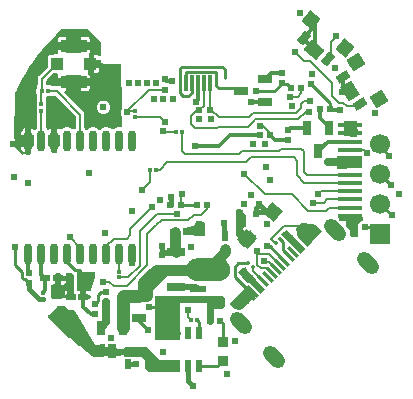
<source format=gbl>
G04 Layer: BottomLayer*
G04 EasyEDA v6.5.22, 2023-02-04 18:08:32*
G04 803b958340a141a7ad8343e076188523,c17a8ced473b4d519dda31697e0e54b6,10*
G04 Gerber Generator version 0.2*
G04 Scale: 100 percent, Rotated: No, Reflected: No *
G04 Dimensions in inches *
G04 leading zeros omitted , absolute positions ,3 integer and 6 decimal *
%FSLAX36Y36*%
%MOIN*%

%AMMACRO1*21,1,$1,$2,0,0,$3*%
%AMMACRO2*1,1,$1,$2,$3*1,1,$1,$4,$5*20,1,$1,$2,$3,$4,$5,0*%
%ADD10C,0.0203*%
%ADD11C,0.0083*%
%ADD12C,0.0163*%
%ADD13C,0.0283*%
%ADD14C,0.0060*%
%ADD15C,0.0350*%
%ADD16C,0.0090*%
%ADD17C,0.0250*%
%ADD18C,0.0430*%
%ADD19C,0.0130*%
%ADD20C,0.0084*%
%ADD21C,0.0080*%
%ADD22C,0.0140*%
%ADD23C,0.0120*%
%ADD24C,0.0100*%
%ADD25C,0.0070*%
%ADD26C,0.0083*%
%ADD27C,0.0143*%
%ADD28C,0.0124*%
%ADD29C,0.0143*%
%ADD30C,0.0103*%
%ADD31C,0.0063*%
%ADD32C,0.0123*%
%ADD33C,0.0150*%
%ADD34C,0.0243*%
%ADD35C,0.0160*%
%ADD36MACRO1,0.0118X0.0512X0.0000*%
%ADD37MACRO1,0.0276X0.0433X121.9970*%
%ADD38MACRO1,0.0276X0.0433X121.9992*%
%ADD39MACRO1,0.0551X0.0433X122.0006*%
%ADD40MACRO1,0.0453X0.0472X121.9995*%
%ADD41MACRO1,0.0453X0.0472X121.9999*%
%ADD42MACRO1,0.0276X0.0433X139.9988*%
%ADD43MACRO1,0.0276X0.0433X140.0001*%
%ADD44MACRO1,0.0551X0.0433X140.0002*%
%ADD45MACRO1,0.0453X0.0472X140.0005*%
%ADD46MACRO1,0.0866X0.0433X0.0000*%
%ADD47MACRO1,0.0413X0.0394X90.0000*%
%ADD48O,0.027559X0.069803*%
%ADD49MACRO1,0.0315X0.0315X0.0000*%
%ADD50MACRO1,0.0118X0.0433X-135.0000*%
%ADD51MACRO1,0.0119X0.0433X-135.0000*%
%ADD52MACRO1,0.0119X0.0433X-134.9966*%
%ADD53R,0.0213X0.0311*%
%ADD54MACRO1,0.0213X0.0311X0.0000*%
%ADD55MACRO1,0.0128X0.0119X90.0000*%
%ADD56R,0.0213X0.0223*%
%ADD57MACRO1,0.0213X0.0223X0.0000*%
%ADD58MACRO1,0.0213X0.0223X-90.0000*%
%ADD59MACRO1,0.0213X0.0223X90.0000*%
%ADD60R,0.0128X0.0119*%
%ADD61MACRO1,0.0128X0.0119X0.0000*%
%ADD62MACRO1,0.0118X0.0787X-90.0000*%
%ADD63R,0.0128X0.0145*%
%ADD64MACRO1,0.0128X0.0145X0.0000*%
%ADD65MACRO1,0.0128X0.0145X-90.0000*%
%ADD66MACRO1,0.0128X0.0119X-45.0000*%
%ADD67MACRO1,0.0128X0.0119X45.0032*%
%ADD68MACRO1,0.0492X0.0276X90.0000*%
%ADD69MACRO1,0.0213X0.0311X-90.0000*%
%ADD70MACRO1,0.0394X0.0217X-90.0000*%
%ADD71MACRO1,0.0492X0.0276X0.0000*%
%ADD72MACRO1,0.0213X0.0311X90.0000*%
%ADD73MACRO1,0.0265X0.062X90.0000*%
%ADD74MACRO1,0.0472X0.0472X45.9991*%
%ADD75MACRO1,0.0472X0.0472X46.0008*%
%ADD76C,0.0315*%
%ADD77MACRO2,0.0472X-0.0139X0.0139X0.0139X-0.0139*%
%ADD78R,0.0669X0.0669*%
%ADD79C,0.0669*%
%ADD80C,0.0240*%
%ADD81C,0.0132*%

%LPD*%
G36*
X567960Y190620D02*
G01*
X566860Y190760D01*
X564660Y191400D01*
X561320Y191700D01*
X543320Y191700D01*
X541780Y192000D01*
X540480Y192880D01*
X539620Y194160D01*
X539320Y195700D01*
X539320Y196640D01*
X529800Y196640D01*
X528260Y196920D01*
X526960Y197800D01*
X526100Y199100D01*
X525800Y200640D01*
X525820Y203560D01*
X526120Y205060D01*
X527000Y206360D01*
X528300Y207220D01*
X529820Y207520D01*
X539320Y207520D01*
X539320Y224160D01*
X529980Y224160D01*
X528440Y224480D01*
X527140Y225360D01*
X526280Y226660D01*
X525980Y228200D01*
X526000Y231100D01*
X526320Y232620D01*
X527180Y233920D01*
X528480Y234780D01*
X530000Y235100D01*
X539320Y235100D01*
X539320Y240300D01*
X539620Y241820D01*
X540480Y243120D01*
X541760Y243980D01*
X543280Y244300D01*
X579640Y244640D01*
X581200Y244340D01*
X582500Y243480D01*
X583380Y242180D01*
X583680Y240640D01*
X583680Y235100D01*
X594180Y235100D01*
X595600Y234820D01*
X596840Y234060D01*
X597720Y232920D01*
X598140Y231540D01*
X598480Y228640D01*
X598320Y226960D01*
X597500Y225500D01*
X596140Y224520D01*
X594520Y224160D01*
X583680Y224160D01*
X583680Y207520D01*
X597380Y207520D01*
X598800Y207260D01*
X600040Y206500D01*
X600940Y205360D01*
X601360Y203980D01*
X601700Y201080D01*
X601540Y199400D01*
X600720Y197960D01*
X599360Y196960D01*
X597720Y196640D01*
X583680Y196640D01*
X583680Y194620D01*
X583380Y193080D01*
X582520Y191780D01*
X581220Y190920D01*
X579680Y190620D01*
G37*

%LPD*%
G36*
X-431480Y137180D02*
G01*
X-433020Y137500D01*
X-434320Y138360D01*
X-435180Y139660D01*
X-435480Y141180D01*
X-435480Y157900D01*
X-441420Y157900D01*
X-442960Y158200D01*
X-444260Y159060D01*
X-445120Y160360D01*
X-445420Y161900D01*
X-445420Y193800D01*
X-445120Y195320D01*
X-444260Y196640D01*
X-442960Y197480D01*
X-441420Y197800D01*
X-435480Y197800D01*
X-435480Y221000D01*
X-439200Y219020D01*
X-442320Y216600D01*
X-444760Y213960D01*
X-446040Y213020D01*
X-447580Y212659D01*
X-449159Y212940D01*
X-450480Y213800D01*
X-451380Y215100D01*
X-451700Y216660D01*
X-451700Y220799D01*
X-451980Y221460D01*
X-452960Y222460D01*
X-453840Y223760D01*
X-454140Y225280D01*
X-454140Y263000D01*
X-453980Y264100D01*
X-452960Y266020D01*
X-452200Y268180D01*
X-451920Y270680D01*
X-451920Y284720D01*
X-452280Y288100D01*
X-452260Y289320D01*
X-451920Y292260D01*
X-451920Y306320D01*
X-452200Y308800D01*
X-452960Y310960D01*
X-453980Y312880D01*
X-454140Y313980D01*
X-454140Y321640D01*
X-453840Y323140D01*
X-452960Y324440D01*
X-451659Y325300D01*
X-450140Y325620D01*
X-438579Y325620D01*
X-436079Y325900D01*
X-433940Y326640D01*
X-431960Y327700D01*
X-430860Y327860D01*
X-425080Y327860D01*
X-423560Y327560D01*
X-422260Y326680D01*
X-354880Y259300D01*
X-354000Y258000D01*
X-353700Y256460D01*
X-353700Y221180D01*
X-354000Y219660D01*
X-354880Y218359D01*
X-356160Y217500D01*
X-357700Y217180D01*
X-365940Y217180D01*
X-367239Y217399D01*
X-368400Y218039D01*
X-369680Y219020D01*
X-373160Y220920D01*
X-376900Y222220D01*
X-380800Y222840D01*
X-384760Y222840D01*
X-388680Y222220D01*
X-392420Y220920D01*
X-395900Y219020D01*
X-397180Y218039D01*
X-398340Y217399D01*
X-399620Y217180D01*
X-403300Y217180D01*
X-404720Y216360D01*
X-406300Y215640D01*
X-408040Y215640D01*
X-409600Y216400D01*
X-412980Y219020D01*
X-416700Y221000D01*
X-416700Y197800D01*
X-410760Y197800D01*
X-409240Y197480D01*
X-407939Y196640D01*
X-407080Y195320D01*
X-406760Y193800D01*
X-406760Y161900D01*
X-407080Y160360D01*
X-407939Y159060D01*
X-409240Y158200D01*
X-410760Y157900D01*
X-416700Y157900D01*
X-416700Y141180D01*
X-417020Y139660D01*
X-417879Y138360D01*
X-419180Y137500D01*
X-420700Y137180D01*
G37*

%LPD*%
G36*
X-532980Y131480D02*
G01*
X-534720Y131880D01*
X-536100Y132980D01*
X-556160Y157860D01*
X-556800Y158960D01*
X-557040Y160219D01*
X-558800Y209520D01*
X-556100Y309940D01*
X-555940Y336820D01*
X-555580Y338440D01*
X-554440Y340959D01*
X-544100Y361760D01*
X-533080Y382220D01*
X-521380Y402280D01*
X-509000Y421940D01*
X-496000Y441180D01*
X-482340Y459980D01*
X-468080Y478320D01*
X-453200Y496160D01*
X-437740Y513500D01*
X-421700Y530300D01*
X-405120Y546580D01*
X-402540Y548940D01*
X-401300Y549720D01*
X-399840Y549980D01*
X-317860Y549980D01*
X-316320Y549680D01*
X-315020Y548820D01*
X-271160Y504940D01*
X-270280Y503640D01*
X-269980Y502120D01*
X-269980Y462540D01*
X-270340Y460880D01*
X-271380Y459500D01*
X-272880Y458700D01*
X-274580Y458579D01*
X-276180Y459200D01*
X-279160Y462299D01*
X-281080Y463519D01*
X-283220Y464260D01*
X-285720Y464540D01*
X-292840Y464540D01*
X-292840Y446500D01*
X-273800Y446500D01*
X-272380Y446260D01*
X-271140Y445500D01*
X-270260Y444360D01*
X-269820Y443000D01*
X-269660Y441700D01*
X-268840Y439520D01*
X-267440Y437500D01*
X-266260Y436300D01*
X-264840Y435260D01*
X-262660Y434280D01*
X-259720Y433820D01*
X-206180Y433820D01*
X-204660Y433519D01*
X-203380Y432660D01*
X-202500Y431380D01*
X-202180Y429860D01*
X-200840Y285020D01*
X-201220Y283300D01*
X-202940Y279580D01*
X-203939Y275840D01*
X-204280Y271980D01*
X-203939Y268140D01*
X-202940Y264400D01*
X-200780Y259820D01*
X-200600Y258660D01*
X-200300Y226400D01*
X-200660Y224720D01*
X-201700Y223320D01*
X-203220Y222500D01*
X-204960Y222399D01*
X-207580Y222840D01*
X-211540Y222840D01*
X-215440Y222220D01*
X-219180Y220920D01*
X-222659Y219020D01*
X-227220Y215520D01*
X-228760Y215159D01*
X-233320Y215020D01*
X-234980Y215340D01*
X-239760Y219020D01*
X-243240Y220920D01*
X-246980Y222220D01*
X-250880Y222840D01*
X-254840Y222840D01*
X-258760Y222220D01*
X-262500Y220920D01*
X-265980Y219020D01*
X-269100Y216600D01*
X-270300Y215280D01*
X-271640Y214320D01*
X-273260Y213980D01*
X-275800Y213980D01*
X-277400Y214320D01*
X-278740Y215280D01*
X-279940Y216600D01*
X-283060Y219020D01*
X-286540Y220920D01*
X-290300Y222220D01*
X-294200Y222840D01*
X-298160Y222840D01*
X-302060Y222220D01*
X-305800Y220920D01*
X-309280Y219020D01*
X-311680Y217160D01*
X-313040Y215920D01*
X-313620Y215280D01*
X-314960Y214320D01*
X-316560Y213980D01*
X-318700Y213980D01*
X-320240Y214300D01*
X-322540Y215799D01*
X-323880Y217079D01*
X-324799Y218400D01*
X-325120Y219960D01*
X-325120Y264020D01*
X-325400Y267020D01*
X-326220Y269720D01*
X-327560Y272180D01*
X-329460Y274520D01*
X-390900Y335959D01*
X-391760Y337260D01*
X-392060Y338780D01*
X-391760Y340319D01*
X-390900Y341599D01*
X-389600Y342480D01*
X-388060Y342800D01*
X-385439Y342800D01*
X-385439Y361300D01*
X-415020Y361300D01*
X-415860Y359880D01*
X-417200Y358920D01*
X-418800Y358579D01*
X-430940Y358579D01*
X-432480Y358900D01*
X-433780Y359760D01*
X-436420Y362420D01*
X-437100Y362680D01*
X-448840Y362680D01*
X-450360Y363000D01*
X-451659Y363860D01*
X-452540Y365160D01*
X-452840Y366680D01*
X-452840Y376280D01*
X-452540Y377819D01*
X-451659Y379140D01*
X-429120Y401659D01*
X-427819Y402520D01*
X-426300Y402819D01*
X-418519Y402819D01*
X-416880Y402480D01*
X-415540Y401500D01*
X-414700Y400040D01*
X-414540Y398380D01*
X-414799Y396060D01*
X-414799Y387960D01*
X-385439Y387960D01*
X-385439Y394000D01*
X-385140Y395540D01*
X-384260Y396840D01*
X-382960Y397700D01*
X-381420Y398000D01*
X-341120Y397680D01*
X-339580Y397380D01*
X-338300Y396500D01*
X-337440Y395200D01*
X-337140Y393680D01*
X-337140Y387960D01*
X-318280Y387960D01*
X-316900Y387720D01*
X-315700Y387020D01*
X-314800Y385940D01*
X-314320Y384620D01*
X-314200Y383860D01*
X-313820Y385600D01*
X-312940Y386840D01*
X-311660Y387660D01*
X-310180Y387939D01*
X-307760Y387939D01*
X-307760Y394799D01*
X-309460Y394799D01*
X-311020Y395120D01*
X-312340Y396060D01*
X-313200Y397420D01*
X-313440Y399000D01*
X-310020Y468760D01*
X-309680Y470180D01*
X-308840Y471400D01*
X-307760Y472100D01*
X-307760Y479400D01*
X-337120Y479400D01*
X-337120Y473080D01*
X-337420Y471540D01*
X-338280Y470260D01*
X-339580Y469380D01*
X-341100Y469080D01*
X-381420Y468940D01*
X-382960Y469260D01*
X-384260Y470120D01*
X-385120Y471420D01*
X-385439Y472939D01*
X-385439Y479400D01*
X-414780Y479400D01*
X-414780Y471300D01*
X-414580Y469500D01*
X-414739Y467860D01*
X-415540Y466420D01*
X-416880Y465420D01*
X-418480Y465060D01*
X-437239Y464720D01*
X-439340Y464260D01*
X-441480Y463519D01*
X-443400Y462299D01*
X-445020Y460680D01*
X-446240Y458760D01*
X-446980Y456599D01*
X-447260Y454140D01*
X-447260Y425800D01*
X-447580Y424260D01*
X-448440Y422960D01*
X-477220Y394180D01*
X-479120Y391860D01*
X-480460Y389380D01*
X-481280Y386680D01*
X-481560Y383700D01*
X-481560Y369040D01*
X-481640Y368260D01*
X-484660Y352800D01*
X-485060Y351680D01*
X-486220Y350160D01*
X-486300Y349799D01*
X-486300Y335379D01*
X-484900Y333180D01*
X-484600Y331640D01*
X-484600Y310040D01*
X-485080Y306320D01*
X-485080Y292260D01*
X-484720Y288880D01*
X-484739Y287660D01*
X-485080Y284720D01*
X-485080Y270680D01*
X-484600Y266940D01*
X-484600Y219280D01*
X-484880Y217820D01*
X-485660Y216580D01*
X-488120Y213900D01*
X-489440Y212940D01*
X-491060Y212620D01*
X-492660Y212940D01*
X-494000Y213900D01*
X-496480Y216600D01*
X-499600Y219020D01*
X-503320Y221000D01*
X-503320Y197800D01*
X-497380Y197800D01*
X-495860Y197480D01*
X-494560Y196640D01*
X-493680Y195320D01*
X-493380Y193800D01*
X-493380Y161900D01*
X-493680Y160360D01*
X-494560Y159060D01*
X-495860Y158200D01*
X-497380Y157900D01*
X-503320Y157900D01*
X-503320Y135480D01*
X-503620Y133960D01*
X-504500Y132660D01*
X-505780Y131800D01*
X-507320Y131480D01*
X-518100Y131480D01*
X-519640Y131800D01*
X-520920Y132660D01*
X-521800Y133960D01*
X-522100Y135480D01*
X-522100Y157900D01*
X-536680Y157900D01*
X-536680Y156880D01*
X-536340Y152780D01*
X-535380Y148940D01*
X-533780Y145320D01*
X-531620Y142000D01*
X-528940Y139080D01*
X-528380Y138640D01*
X-527320Y137400D01*
X-526840Y135820D01*
X-527040Y134200D01*
X-527880Y132780D01*
X-529220Y131820D01*
X-530840Y131480D01*
G37*

%LPC*%
G36*
X-414780Y506060D02*
G01*
X-385439Y506060D01*
X-385439Y524580D01*
X-404360Y524580D01*
X-406840Y524300D01*
X-409000Y523560D01*
X-410920Y522340D01*
X-412540Y520720D01*
X-413760Y518800D01*
X-414500Y516640D01*
X-414780Y514159D01*
G37*
G36*
X-536680Y197800D02*
G01*
X-522100Y197800D01*
X-522100Y221000D01*
X-525820Y219020D01*
X-528940Y216600D01*
X-531620Y213680D01*
X-533780Y210360D01*
X-535380Y206740D01*
X-536340Y202900D01*
X-536680Y198800D01*
G37*
G36*
X-292840Y402800D02*
G01*
X-285720Y402800D01*
X-283220Y403080D01*
X-281080Y403840D01*
X-279160Y405040D01*
X-277540Y406659D01*
X-276320Y408579D01*
X-275580Y410740D01*
X-275300Y413220D01*
X-275300Y420840D01*
X-292840Y420840D01*
G37*
G36*
X-337140Y342800D02*
G01*
X-318220Y342800D01*
X-315420Y343100D01*
X-314880Y343040D01*
X-311620Y345000D01*
X-310020Y346640D01*
X-308800Y348560D01*
X-308040Y350700D01*
X-307760Y353180D01*
X-307760Y361280D01*
X-311100Y361280D01*
X-312680Y361640D01*
X-313120Y361920D01*
X-313440Y361680D01*
X-315120Y361300D01*
X-337140Y361300D01*
G37*
G36*
X-261900Y267000D02*
G01*
X-258039Y267340D01*
X-254320Y268340D01*
X-250799Y269980D01*
X-247640Y272220D01*
X-244899Y274920D01*
X-242680Y278100D01*
X-241060Y281600D01*
X-240060Y285340D01*
X-239720Y289180D01*
X-240060Y293040D01*
X-241060Y296780D01*
X-242680Y300280D01*
X-244899Y303460D01*
X-247640Y306180D01*
X-250799Y308400D01*
X-254320Y310040D01*
X-258039Y311060D01*
X-261900Y311380D01*
X-265760Y311060D01*
X-269480Y310040D01*
X-273000Y308400D01*
X-276160Y306180D01*
X-278900Y303460D01*
X-281120Y300280D01*
X-282740Y296780D01*
X-283740Y293040D01*
X-284080Y289180D01*
X-283740Y285340D01*
X-282740Y281600D01*
X-281120Y278100D01*
X-278900Y274920D01*
X-276160Y272220D01*
X-273000Y269980D01*
X-269480Y268340D01*
X-265760Y267340D01*
G37*
G36*
X-337120Y506060D02*
G01*
X-307760Y506060D01*
X-307760Y514159D01*
X-308060Y516640D01*
X-308800Y518800D01*
X-310020Y520720D01*
X-311620Y522340D01*
X-313560Y523560D01*
X-315700Y524300D01*
X-318200Y524580D01*
X-337120Y524580D01*
G37*

%LPD*%
G36*
X208640Y-177960D02*
G01*
X207100Y-177659D01*
X205780Y-176800D01*
X191200Y-162200D01*
X190340Y-160920D01*
X190020Y-159420D01*
X190320Y-157900D01*
X191140Y-156600D01*
X195700Y-151880D01*
X182120Y-138740D01*
X181220Y-137440D01*
X180900Y-135860D01*
X180900Y-54360D01*
X181200Y-52840D01*
X182079Y-51540D01*
X183420Y-50180D01*
X184720Y-49320D01*
X186260Y-49020D01*
X190820Y-49020D01*
X192020Y-49200D01*
X193100Y-49740D01*
X195799Y-51620D01*
X199320Y-53259D01*
X200940Y-53700D01*
X202480Y-54500D01*
X203520Y-55860D01*
X203900Y-57560D01*
X203900Y-60820D01*
X204180Y-61480D01*
X212719Y-70040D01*
X213600Y-71340D01*
X213900Y-72860D01*
X213900Y-105079D01*
X213640Y-106519D01*
X212860Y-107760D01*
X211700Y-108640D01*
X209800Y-109600D01*
X207860Y-111199D01*
X201560Y-117739D01*
X215600Y-131280D01*
X224300Y-122260D01*
X225600Y-121380D01*
X227140Y-121039D01*
X228700Y-121340D01*
X230000Y-122220D01*
X244600Y-136800D01*
X245460Y-138080D01*
X245760Y-139600D01*
X245479Y-141120D01*
X244640Y-142400D01*
X236180Y-151160D01*
X241260Y-156080D01*
X242160Y-157380D01*
X242480Y-158940D01*
X242160Y-160520D01*
X241260Y-161820D01*
X226400Y-176160D01*
X225120Y-176980D01*
X223619Y-177280D01*
X222120Y-176980D01*
X220840Y-176160D01*
X216300Y-171759D01*
X211480Y-176740D01*
X210180Y-177640D01*
G37*

%LPD*%
G36*
X-363320Y-349400D02*
G01*
X-380200Y-348220D01*
X-421040Y-349300D01*
X-431480Y-348720D01*
X-432920Y-348360D01*
X-434140Y-347500D01*
X-434940Y-346240D01*
X-435240Y-344780D01*
X-435720Y-306320D01*
X-435400Y-304680D01*
X-434400Y-303320D01*
X-432960Y-302480D01*
X-431280Y-302300D01*
X-429159Y-302540D01*
X-424120Y-302540D01*
X-424120Y-289520D01*
X-427000Y-289520D01*
X-428540Y-289220D01*
X-429840Y-288360D01*
X-430700Y-287060D01*
X-431000Y-285520D01*
X-431000Y-277900D01*
X-430700Y-276360D01*
X-429840Y-275060D01*
X-428540Y-274200D01*
X-427000Y-273900D01*
X-424120Y-273900D01*
X-424120Y-268620D01*
X-423820Y-267080D01*
X-422939Y-265780D01*
X-421640Y-264900D01*
X-420120Y-264620D01*
X-407560Y-264620D01*
X-406040Y-264900D01*
X-404739Y-265780D01*
X-403860Y-267080D01*
X-403560Y-268620D01*
X-403560Y-273900D01*
X-388080Y-273900D01*
X-388080Y-271300D01*
X-388340Y-269060D01*
X-388180Y-267400D01*
X-387340Y-265940D01*
X-386000Y-264960D01*
X-384360Y-264620D01*
X-368960Y-264620D01*
X-367620Y-264840D01*
X-366420Y-265520D01*
X-364320Y-267240D01*
X-363340Y-267760D01*
X-362160Y-268740D01*
X-361420Y-270100D01*
X-361260Y-271640D01*
X-361580Y-275420D01*
X-361240Y-279260D01*
X-360240Y-283000D01*
X-359900Y-283720D01*
X-359540Y-285380D01*
X-359260Y-319320D01*
X-359500Y-320780D01*
X-360240Y-322020D01*
X-361380Y-322920D01*
X-361380Y-336780D01*
X-360180Y-337640D01*
X-359360Y-338900D01*
X-359080Y-340360D01*
X-359040Y-345379D01*
X-359360Y-346980D01*
X-360300Y-348320D01*
X-361700Y-349180D01*
G37*

%LPC*%
G36*
X-397420Y-336400D02*
G01*
X-381940Y-336400D01*
X-381940Y-323360D01*
X-386980Y-323360D01*
X-389480Y-323660D01*
X-391620Y-324420D01*
X-393560Y-325620D01*
X-395160Y-327239D01*
X-396380Y-329159D01*
X-397140Y-331320D01*
X-397420Y-333800D01*
G37*
G36*
X-403560Y-302540D02*
G01*
X-398519Y-302540D01*
X-396019Y-302260D01*
X-393880Y-301500D01*
X-391940Y-300280D01*
X-390340Y-298680D01*
X-389120Y-296760D01*
X-388360Y-294600D01*
X-388080Y-292120D01*
X-388080Y-289520D01*
X-403560Y-289520D01*
G37*

%LPD*%
G36*
X-308620Y-349420D02*
G01*
X-322440Y-349400D01*
X-341980Y-349020D01*
X-343500Y-348680D01*
X-344760Y-347819D01*
X-345600Y-346520D01*
X-345900Y-345020D01*
X-345900Y-340400D01*
X-345600Y-338860D01*
X-344739Y-337560D01*
X-343440Y-336700D01*
X-341900Y-336400D01*
X-339020Y-336400D01*
X-339020Y-323360D01*
X-344060Y-323360D01*
X-346260Y-323280D01*
X-347700Y-322460D01*
X-348700Y-321120D01*
X-349060Y-319500D01*
X-349500Y-265320D01*
X-349580Y-264100D01*
X-349340Y-262500D01*
X-348500Y-261119D01*
X-347200Y-260200D01*
X-345620Y-259860D01*
X-293960Y-259320D01*
X-292460Y-259620D01*
X-291160Y-260440D01*
X-290280Y-261680D01*
X-289920Y-263160D01*
X-289140Y-280160D01*
X-289400Y-281800D01*
X-304860Y-321680D01*
X-305680Y-322980D01*
X-306920Y-323880D01*
X-308400Y-324240D01*
X-309920Y-324020D01*
X-310920Y-323660D01*
X-313420Y-323360D01*
X-318460Y-323360D01*
X-318460Y-336400D01*
X-308900Y-336400D01*
X-307420Y-336680D01*
X-306160Y-337480D01*
X-305280Y-338720D01*
X-304920Y-340180D01*
X-304640Y-345180D01*
X-304880Y-346780D01*
X-305720Y-348160D01*
X-307040Y-349080D01*
G37*

%LPD*%
G36*
X-296440Y-541920D02*
G01*
X-297980Y-541600D01*
X-299280Y-540740D01*
X-313720Y-526280D01*
X-314400Y-526020D01*
X-316840Y-526020D01*
X-318380Y-525700D01*
X-319680Y-524840D01*
X-337520Y-506980D01*
X-338200Y-506719D01*
X-341640Y-506719D01*
X-343180Y-506400D01*
X-344480Y-505540D01*
X-369920Y-480080D01*
X-370600Y-479820D01*
X-373840Y-479820D01*
X-375379Y-479500D01*
X-376680Y-478640D01*
X-426120Y-429180D01*
X-428980Y-428600D01*
X-430280Y-427740D01*
X-444420Y-413579D01*
X-445300Y-412280D01*
X-445600Y-410760D01*
X-445600Y-406240D01*
X-445300Y-404739D01*
X-444420Y-403440D01*
X-416780Y-375780D01*
X-415480Y-374900D01*
X-413940Y-374620D01*
X-390760Y-374620D01*
X-389219Y-374900D01*
X-387920Y-375780D01*
X-377280Y-386440D01*
X-376599Y-386719D01*
X-361340Y-386719D01*
X-360000Y-386940D01*
X-358820Y-387600D01*
X-357939Y-388620D01*
X-288800Y-501980D01*
X-288300Y-502299D01*
X-260920Y-500580D01*
X-259320Y-500820D01*
X-257940Y-501659D01*
X-257000Y-503000D01*
X-256680Y-504580D01*
X-256680Y-509680D01*
X-242079Y-509680D01*
X-242079Y-505280D01*
X-241759Y-503660D01*
X-240799Y-502320D01*
X-239380Y-501480D01*
X-237740Y-501280D01*
X-236500Y-501400D01*
X-231280Y-500920D01*
X-227000Y-501240D01*
X-225560Y-501659D01*
X-224380Y-502540D01*
X-223580Y-503800D01*
X-223320Y-505260D01*
X-223320Y-509680D01*
X-221500Y-509680D01*
X-219960Y-509980D01*
X-218680Y-510840D01*
X-217800Y-512140D01*
X-217500Y-513680D01*
X-217440Y-515760D01*
X-217120Y-515820D01*
X-169220Y-516440D01*
X-167820Y-516740D01*
X-166600Y-517500D01*
X-165720Y-518640D01*
X-165300Y-520020D01*
X-164060Y-531080D01*
X-164240Y-532740D01*
X-165060Y-534200D01*
X-166400Y-535180D01*
X-168039Y-535520D01*
X-172480Y-535520D01*
X-172480Y-537920D01*
X-172780Y-539440D01*
X-173660Y-540740D01*
X-174960Y-541600D01*
X-176480Y-541920D01*
X-184120Y-541920D01*
X-185640Y-541600D01*
X-186940Y-540740D01*
X-187820Y-539440D01*
X-188120Y-537920D01*
X-188120Y-535520D01*
X-200720Y-535520D01*
X-201100Y-536980D01*
X-201980Y-538200D01*
X-203240Y-539000D01*
X-204720Y-539280D01*
X-223560Y-539280D01*
X-224400Y-540660D01*
X-225720Y-541580D01*
X-227320Y-541920D01*
X-238080Y-541920D01*
X-239680Y-541580D01*
X-241000Y-540660D01*
X-241840Y-539280D01*
X-256920Y-539280D01*
X-257780Y-540660D01*
X-259100Y-541580D01*
X-260680Y-541920D01*
G37*

%LPD*%
G36*
X-191400Y-509600D02*
G01*
X-193900Y-512100D01*
X-193900Y-540600D01*
X-192399Y-542100D01*
X-132900Y-542100D01*
X-122400Y-552600D01*
X-122400Y-580100D01*
X-111900Y-590600D01*
X-111900Y-594100D01*
X-111400Y-593600D01*
X-49900Y-593600D01*
X-5900Y-593100D01*
X-6400Y-592600D01*
X-6400Y-554100D01*
X-74400Y-554100D01*
X-118900Y-509600D01*
G37*
G36*
X399099Y-97899D02*
G01*
X381500Y-114000D01*
X386800Y-146400D01*
X415280Y-174780D01*
X434000Y-157500D01*
X451700Y-137900D01*
X465500Y-125100D01*
X448900Y-108000D01*
X444300Y-104200D01*
X437000Y-99000D01*
G37*
G36*
X63860Y-336700D02*
G01*
X63700Y-338700D01*
X63860Y-338700D01*
G37*
G36*
X221720Y-304360D02*
G01*
X157340Y-365360D01*
X176140Y-383860D01*
X189840Y-385260D01*
X198240Y-382960D01*
X211320Y-375560D01*
X231040Y-355060D01*
X252860Y-335300D01*
X250640Y-333660D01*
G37*
G36*
X415280Y-174780D02*
G01*
X414500Y-175500D01*
X416400Y-175900D01*
G37*
G36*
X348300Y-118699D02*
G01*
X331300Y-135000D01*
X395700Y-199600D01*
X407320Y-185680D01*
X409620Y-183180D01*
X410520Y-182380D01*
X411500Y-181800D01*
X354099Y-123600D01*
G37*
G36*
X214200Y-244700D02*
G01*
X203500Y-245200D01*
X188200Y-258700D01*
X212500Y-293600D01*
X230600Y-301100D01*
X258299Y-329200D01*
X272000Y-318400D01*
X274400Y-313900D01*
X274500Y-313900D01*
X246100Y-285600D01*
X241000Y-278300D01*
X226300Y-263100D01*
X216000Y-252100D01*
G37*
G36*
X515700Y126800D02*
G01*
X513800Y105500D01*
X516500Y84400D01*
X580700Y85399D01*
X599500Y85000D01*
X599400Y108100D01*
X600700Y126600D01*
X578600Y126800D01*
G37*
G36*
X556300Y-75600D02*
G01*
X546600Y-75800D01*
X523800Y-75700D01*
X523100Y-90500D01*
X546500Y-91100D01*
X546460Y-108100D01*
X559260Y-120900D01*
X559260Y-136700D01*
X564940Y-142400D01*
X586460Y-142400D01*
X587840Y-141000D01*
X587840Y-133100D01*
X586460Y-131700D01*
X586460Y-100300D01*
X597160Y-89600D01*
X604500Y-90100D01*
X603800Y-76300D01*
G37*
G36*
X45599Y-90800D02*
G01*
X44040Y-102500D01*
X27559Y-111500D01*
X3060Y-113500D01*
X5060Y-135000D01*
X3560Y-136500D01*
X75560Y-139000D01*
X75560Y-96500D01*
X73060Y-94000D01*
X64500Y-91500D01*
G37*
G36*
X-88300Y-339799D02*
G01*
X-89300Y-340800D01*
X-89300Y-485800D01*
X-7300Y-486800D01*
X-7300Y-340800D01*
X-8300Y-339799D01*
G37*
D10*
X51715Y-318000D02*
G01*
X45065Y-311350D01*
X-20199Y-311350D01*
X69899Y-318000D02*
G01*
X36899Y-318000D01*
D11*
X29390Y-419600D02*
G01*
X20500Y-410710D01*
X20500Y-385300D01*
D12*
X19699Y-575120D02*
G01*
X19699Y-623099D01*
X36400Y-639800D01*
X-39089Y-36850D02*
G01*
X-37699Y-35460D01*
X-37699Y-9500D01*
X-180280Y-568170D02*
G01*
X-152479Y-567970D01*
D13*
X486899Y107099D02*
G01*
X541800Y107099D01*
X543400Y105499D01*
D14*
X486899Y107099D02*
G01*
X574700Y107099D01*
X575699Y108099D01*
D15*
X86599Y-252310D02*
G01*
X144200Y-194710D01*
X144200Y-182260D01*
X-142380Y-339170D02*
G01*
X-117079Y-338670D01*
X-117079Y-313970D01*
X-66679Y-263470D01*
X-129300Y-326130D02*
G01*
X-55479Y-252310D01*
X86599Y-252310D01*
X-142370Y-339200D02*
G01*
X-129300Y-326130D01*
X-129300Y-294400D01*
X-87209Y-252310D01*
X86599Y-252310D01*
D16*
X-289200Y-366000D02*
G01*
X-279778Y-356579D01*
X-279778Y-337171D01*
X-270178Y-327569D01*
X-252582Y-327569D01*
D17*
X-270100Y-445730D02*
G01*
X-252582Y-428212D01*
X-252582Y-361671D01*
D18*
X-195299Y-445730D02*
G01*
X-198079Y-442950D01*
X-198079Y-339769D01*
X-142938Y-339769D01*
X-142371Y-339200D01*
D16*
X-63630Y-376600D02*
G01*
X-65029Y-378000D01*
X-109099Y-378000D01*
D19*
X-111800Y-452500D02*
G01*
X-142371Y-421928D01*
X-142371Y-414000D01*
D20*
X135779Y-556049D02*
G01*
X116711Y-575119D01*
X57102Y-575119D01*
X48410Y-419600D02*
G01*
X57096Y-428286D01*
X57096Y-464881D01*
X127539Y-422900D02*
G01*
X136060Y-431421D01*
X136060Y-493099D01*
D14*
X561499Y64269D02*
G01*
X415879Y64269D01*
X405919Y74229D01*
X405919Y142178D01*
X398101Y149998D01*
X329498Y149998D01*
X321598Y142098D01*
X201387Y142098D01*
X191120Y131829D01*
X-374499Y-145100D02*
G01*
X-339499Y-180100D01*
X-339499Y-201030D01*
X561499Y146949D02*
G01*
X606549Y146949D01*
X615699Y137799D01*
X561499Y9159D02*
G01*
X462758Y9159D01*
X451998Y-1600D01*
X561499Y-18400D02*
G01*
X484398Y-18400D01*
X474098Y-28699D01*
X438400Y-28699D01*
X436598Y-30499D01*
D21*
X208019Y66829D02*
G01*
X276022Y-1170D01*
X365919Y-1170D01*
X420547Y-55799D01*
X481198Y-55799D01*
X491036Y-45960D01*
X561499Y-45960D01*
D14*
X451998Y-1600D02*
G01*
X462758Y9159D01*
X271422Y-291771D02*
G01*
X234920Y-255268D01*
X234920Y-244520D01*
D22*
X-57001Y381839D02*
G01*
X-52160Y376999D01*
X-33199Y376999D01*
D21*
X-182097Y272000D02*
G01*
X-182097Y275311D01*
X-110681Y346729D01*
X-58029Y346729D01*
X-56999Y347759D01*
D22*
X259459Y195799D02*
G01*
X159600Y195799D01*
X122200Y158399D01*
X43699Y158399D01*
D23*
X-167899Y-231400D02*
G01*
X-166268Y-229768D01*
X-166268Y-201031D01*
D24*
X245699Y342799D02*
G01*
X307240Y342799D01*
X332600Y368159D01*
D22*
X229300Y305599D02*
G01*
X231000Y307300D01*
X276469Y307300D01*
X332600Y402239D02*
G01*
X296610Y402239D01*
X276469Y382099D01*
D24*
X197730Y344699D02*
G01*
X190470Y351959D01*
X142399Y351959D01*
D14*
X-579Y206729D02*
G01*
X-579Y141929D01*
X9620Y131829D01*
X191120Y131829D01*
D24*
X-382809Y-201030D02*
G01*
X-382809Y-227690D01*
X-355900Y-254600D01*
X-338500Y-254400D01*
X-339399Y-275400D01*
D22*
X293541Y195799D02*
G01*
X309182Y180159D01*
X351999Y180159D01*
X460757Y282000D02*
G01*
X460757Y254539D01*
X490600Y224698D01*
X490600Y220670D01*
X494840Y282000D02*
G01*
X495942Y280899D01*
X525399Y280899D01*
X453199Y141929D02*
G01*
X485779Y174509D01*
X561499Y174509D01*
D20*
X659201Y-132301D02*
G01*
X636300Y-109400D01*
X610699Y-109400D01*
D21*
X-209499Y-259090D02*
G01*
X-209579Y-259011D01*
X-209579Y-201031D01*
D23*
X-511400Y-262260D02*
G01*
X-512727Y-260932D01*
X-512727Y-201031D01*
D25*
X327179Y-236030D02*
G01*
X289819Y-198670D01*
X248620Y-198670D01*
X248620Y-191370D01*
X313249Y-249960D02*
G01*
X291288Y-227999D01*
X277799Y-227999D01*
X273800Y-224000D01*
D20*
X698522Y-69371D02*
G01*
X661450Y-32300D01*
X659200Y-32300D01*
X694917Y29630D02*
G01*
X659200Y65348D01*
X659200Y67699D01*
X690519Y127828D02*
G01*
X659200Y159148D01*
X659200Y167699D01*
X341109Y-222100D02*
G01*
X293208Y-174200D01*
X281999Y-174200D01*
D26*
X-467200Y342199D02*
G01*
X-468500Y340899D01*
X-468500Y299299D01*
X-445579Y342229D02*
G01*
X-417479Y342229D01*
X-339480Y264229D01*
X-339480Y177829D01*
X-417399Y433699D02*
G01*
X-467200Y383898D01*
X-467200Y342198D01*
D27*
X-465100Y-328900D02*
G01*
X-456760Y-320560D01*
X-456760Y-281700D01*
X-456760Y-281700D02*
G01*
X-469420Y-269039D01*
X-469420Y-201030D01*
D26*
X-469421Y177828D02*
G01*
X-468500Y178750D01*
X-468500Y277699D01*
D20*
X221480Y-231080D02*
G01*
X187808Y-231080D01*
X176120Y-242769D01*
D21*
X71598Y369400D02*
G01*
X71598Y294097D01*
X57600Y280099D01*
X91598Y369400D02*
G01*
X94600Y366398D01*
X94600Y280599D01*
X-134399Y14199D02*
G01*
X-107107Y41491D01*
X-107107Y79300D01*
X-62500Y208499D02*
G01*
X-60699Y206699D01*
X-19600Y206699D01*
X-182100Y271999D02*
G01*
X-177289Y276810D01*
X-158001Y276810D01*
X-158000Y257789D02*
G01*
X-75090Y257789D01*
X-56999Y239699D01*
D28*
X415720Y-105170D02*
G01*
X422120Y-111470D01*
D21*
X261000Y226899D02*
G01*
X270200Y226899D01*
X293541Y203559D01*
X293541Y195799D01*
D22*
X45200Y307699D02*
G01*
X51598Y314097D01*
X51598Y369400D01*
D25*
X299319Y-263870D02*
G01*
X283220Y-247770D01*
X264719Y-247770D01*
X262020Y-247770D01*
X249819Y-235670D01*
X249819Y-191370D01*
X248620Y-191370D01*
D21*
X-56980Y381829D02*
G01*
X-52151Y376999D01*
X-33199Y376999D01*
D24*
X142420Y386029D02*
G01*
X142420Y416329D01*
X134120Y424629D01*
X-1379Y424629D01*
X-6180Y419829D01*
X-6180Y336429D01*
X3819Y326429D01*
X19920Y326429D01*
X31620Y338129D01*
X31620Y369429D01*
X142420Y351929D02*
G01*
X121720Y351929D01*
X113620Y360129D01*
X113620Y406129D01*
X11620Y406129D01*
X11620Y369429D01*
X-511379Y-296370D02*
G01*
X-524377Y-284071D01*
X-527582Y-284071D01*
X-532982Y-278670D01*
X-532982Y-260470D01*
X-558100Y-235351D01*
X-558100Y-175600D01*
D29*
X-289480Y-401170D02*
G01*
X-302979Y-401170D01*
X-328779Y-375470D01*
X-328779Y-344170D01*
D30*
X532399Y340499D02*
G01*
X533923Y342022D01*
X559449Y342022D01*
X559449Y342022D02*
G01*
X536814Y364656D01*
X536814Y389396D01*
X536814Y389396D02*
G01*
X532399Y384982D01*
X532399Y340499D01*
D22*
X351999Y214239D02*
G01*
X358431Y220670D01*
X415802Y220670D01*
D31*
X485290Y451250D02*
G01*
X496900Y462860D01*
X496900Y505899D01*
X513599Y522599D01*
X513599Y524998D01*
D32*
X441520Y480249D02*
G01*
X406055Y515713D01*
X406055Y520416D01*
X406055Y520416D02*
G01*
X431289Y545650D01*
X431289Y581359D01*
X431289Y581359D02*
G01*
X442223Y570426D01*
X442223Y482354D01*
D20*
X355020Y-208170D02*
G01*
X335020Y-188170D01*
X335020Y-158881D01*
X325219Y-149080D01*
D33*
X-465079Y-350470D02*
G01*
X-477479Y-350470D01*
X-511379Y-316570D01*
X-511379Y-296370D01*
D31*
X-100199Y-44900D02*
G01*
X-171898Y-116598D01*
X-171898Y-136199D01*
X-184798Y-149100D01*
X-226898Y-149100D01*
X-252870Y-175069D01*
X-252870Y-201007D01*
D20*
X176120Y-242769D02*
G01*
X176120Y-275570D01*
X214099Y-313550D01*
X214099Y-355400D01*
D34*
X-17699Y-464880D02*
G01*
X-63630Y-418949D01*
X-63630Y-376600D01*
D17*
X95500Y-370400D02*
G01*
X97399Y-368500D01*
X129300Y-368500D01*
D34*
X93460Y-422900D02*
G01*
X93460Y-372440D01*
X95500Y-370400D01*
D31*
X-85280Y-104170D02*
G01*
X-68180Y-87070D01*
X20919Y-87070D01*
X38419Y-69570D01*
X62420Y-69570D01*
X83320Y-48670D01*
X83320Y-37670D01*
X-262479Y-292470D02*
G01*
X-241980Y-292470D01*
X-227280Y-307170D01*
X-184279Y-307170D01*
X-115280Y-238170D01*
X-115280Y-134170D01*
X-85280Y-104170D01*
X-5010Y-36850D02*
G01*
X-5010Y-5010D01*
X0Y0D01*
D30*
X-4979Y-36870D02*
G01*
X49220Y-37670D01*
D21*
X-209480Y-278070D02*
G01*
X-178479Y-278070D01*
X-141080Y-240670D01*
X-141080Y-123470D01*
X-83079Y-65470D01*
X-17879Y-65470D01*
D16*
X364059Y353599D02*
G01*
X349498Y368161D01*
X332599Y368161D01*
D34*
X129319Y-368470D02*
G01*
X129319Y-349770D01*
X-11679Y-349770D01*
X-42680Y-380770D01*
X-42680Y-412270D01*
D21*
X361499Y324499D02*
G01*
X386899Y324499D01*
X398140Y335739D01*
X398140Y353599D01*
D20*
X525420Y280929D02*
G01*
X494319Y280929D01*
X494319Y303429D01*
X431319Y366429D01*
D31*
X377619Y473729D02*
G01*
X408119Y443029D01*
X426319Y443029D01*
X500519Y368929D01*
X500519Y326929D01*
X523019Y304429D01*
X536019Y304429D01*
X548519Y291929D01*
X583119Y291929D01*
X592120Y300929D01*
X424220Y274429D02*
G01*
X411819Y274429D01*
X385720Y248329D01*
X244819Y248329D01*
X239120Y242629D01*
X239120Y242629D02*
G01*
X220320Y223829D01*
X120619Y223829D01*
X116720Y219929D01*
X44020Y219929D01*
X29920Y233929D01*
X29920Y261129D01*
X48919Y280129D01*
X57619Y280129D01*
X94620Y280629D02*
G01*
X95720Y280629D01*
X123119Y255029D01*
X221819Y255029D01*
X236120Y269329D01*
X380020Y269329D01*
X395619Y284929D01*
X395619Y299429D01*
X405919Y309829D01*
X427219Y309829D01*
D15*
X-22079Y-126970D02*
G01*
X-22079Y-170470D01*
X-20199Y-193240D01*
D23*
X-65879Y-204470D02*
G01*
X-65479Y-174970D01*
D35*
X-20199Y-193240D02*
G01*
X-54639Y-193240D01*
X-65900Y-204500D01*
X-65879Y-204470D02*
G01*
X-65479Y-174970D01*
X144200Y-139340D02*
G01*
X141199Y-136340D01*
X141199Y-96300D01*
D21*
X311819Y-162570D02*
G01*
X310119Y-162570D01*
X296620Y-148970D01*
X338519Y-107070D01*
X396720Y-107070D01*
D35*
X246099Y-67699D02*
G01*
X246099Y-45700D01*
X257100Y-34700D01*
X303460Y-60885D02*
G01*
X252915Y-60885D01*
X246099Y-67699D01*
X303460Y-60885D02*
G01*
X283284Y-60885D01*
X257100Y-34700D01*
D21*
X-88079Y79029D02*
G01*
X-74778Y79029D01*
X-48479Y106029D01*
X214517Y106029D01*
X231120Y122029D01*
X371617Y122029D01*
X383122Y110728D01*
X383122Y61729D01*
X408141Y36709D01*
X561499Y36709D01*
D36*
G01*
X91599Y369399D03*
G01*
X71599Y369399D03*
G01*
X31599Y369399D03*
G01*
X11599Y369399D03*
G01*
X51599Y369399D03*
D37*
G01*
X592104Y300913D03*
D38*
G01*
X536818Y389392D03*
D39*
G01*
X559453Y342024D03*
D40*
G01*
X658147Y317810D03*
D41*
G01*
X580954Y441343D03*
D42*
G01*
X485282Y451251D03*
D43*
G01*
X405361Y518313D03*
D44*
G01*
X441525Y480258D03*
D45*
G01*
X542872Y487728D03*
G01*
X431283Y581362D03*
D46*
G01*
X-361276Y374623D03*
D47*
G01*
X-305178Y433679D03*
D46*
G01*
X-361276Y492734D03*
D47*
G01*
X-417380Y433679D03*
D48*
G01*
X-166250Y-201010D03*
G01*
X-209560Y-201010D03*
G01*
X-252870Y-201010D03*
G01*
X-296170Y-201010D03*
G01*
X-339480Y-201010D03*
G01*
X-382789Y-201010D03*
G01*
X-426090Y-201010D03*
G01*
X-469399Y-201010D03*
G01*
X-512709Y-201010D03*
G01*
X-512709Y177849D03*
G01*
X-469399Y177849D03*
G01*
X-426090Y177849D03*
G01*
X-382789Y177849D03*
G01*
X-339480Y177849D03*
G01*
X-296170Y177849D03*
G01*
X-252870Y177849D03*
G01*
X-209560Y177849D03*
G01*
X-166250Y177849D03*
D49*
G01*
X135790Y-556022D03*
G01*
X136066Y-493069D03*
D50*
G01*
X391203Y-172072D03*
G01*
X382860Y-180416D03*
G01*
X368930Y-194346D03*
D51*
G01*
X355035Y-208241D03*
D50*
G01*
X341140Y-222136D03*
G01*
X327210Y-236066D03*
G01*
X313280Y-249996D03*
G01*
X299351Y-263926D03*
G01*
X285421Y-277856D03*
G01*
X271491Y-291786D03*
D52*
G01*
X257596Y-305680D03*
D50*
G01*
X249216Y-314060D03*
G01*
X405133Y-158142D03*
G01*
X413478Y-149799D03*
G01*
X235357Y-327919D03*
D51*
G01*
X226978Y-336298D03*
D53*
G01*
X144200Y-182260D03*
D54*
G01*
X144200Y-139341D03*
D55*
G01*
X-107089Y79329D03*
G01*
X-88069Y79329D03*
D56*
G01*
X352020Y214269D03*
D57*
G01*
X352020Y180189D03*
D58*
G01*
X293560Y195829D03*
G01*
X259479Y195829D03*
D59*
G01*
X460779Y282029D03*
G01*
X494860Y282029D03*
D60*
G01*
X-157979Y276839D03*
D61*
G01*
X-157980Y257819D03*
D56*
G01*
X-56980Y347789D03*
D57*
G01*
X-56979Y381870D03*
D55*
G01*
X-19589Y206729D03*
G01*
X-569Y206729D03*
D56*
G01*
X332619Y402269D03*
D57*
G01*
X332619Y368189D03*
D62*
G01*
X561500Y229634D03*
G01*
X561500Y202074D03*
G01*
X561500Y146954D03*
G01*
X561500Y174514D03*
G01*
X561500Y119394D03*
G01*
X561500Y91834D03*
G01*
X561500Y-73515D03*
G01*
X561500Y64274D03*
G01*
X561500Y36714D03*
G01*
X561500Y9164D03*
G01*
X561500Y-18395D03*
G01*
X561500Y-45955D03*
D59*
G01*
X-39091Y-36851D03*
G01*
X-5010Y-36851D03*
G01*
X93459Y-422900D03*
G01*
X127540Y-422900D03*
G01*
X364059Y353599D03*
G01*
X398140Y353599D03*
D56*
G01*
X-511400Y-262260D03*
D57*
G01*
X-511399Y-296340D03*
D63*
G01*
X-465100Y-328900D03*
D64*
G01*
X-465099Y-350496D03*
D65*
G01*
X-445604Y342199D03*
G01*
X-467195Y342199D03*
D60*
G01*
X-209499Y-259090D03*
D61*
G01*
X-209500Y-278110D03*
D66*
G01*
X325224Y-149075D03*
G01*
X311775Y-162524D03*
D67*
G01*
X221475Y-231075D03*
G01*
X234924Y-244524D03*
D59*
G01*
X49208Y-37651D03*
G01*
X83289Y-37651D03*
D68*
G01*
X415799Y220669D03*
G01*
X490599Y220669D03*
G01*
X453199Y141929D03*
D55*
G01*
X29390Y-419600D03*
G01*
X48410Y-419600D03*
D69*
G01*
X20859Y-127000D03*
G01*
X-22058Y-127000D03*
D53*
G01*
X-180299Y-525240D03*
D54*
G01*
X-180299Y-568159D03*
D70*
G01*
X-17703Y-575119D03*
G01*
X19697Y-575119D03*
G01*
X57097Y-575119D03*
G01*
X57097Y-464879D03*
G01*
X19697Y-464879D03*
G01*
X-17703Y-464879D03*
D71*
G01*
X276469Y382099D03*
G01*
X276469Y307300D03*
G01*
X197730Y344700D03*
D63*
G01*
X-468500Y299299D03*
D64*
G01*
X-468499Y277703D03*
D72*
G01*
X-456759Y-281700D03*
G01*
X-413841Y-281700D03*
D73*
G01*
X-20198Y-311350D03*
G01*
X-20198Y-193240D03*
G36*
X123090Y-214905D02*
G01*
X50090Y-214905D01*
X48337Y-214947D01*
X46588Y-215070D01*
X44845Y-215275D01*
X43115Y-215561D01*
X41400Y-215929D01*
X39705Y-216376D01*
X38033Y-216902D01*
X36387Y-217506D01*
X34771Y-218187D01*
X33188Y-218942D01*
X31643Y-219771D01*
X30137Y-220672D01*
X28676Y-221642D01*
X27263Y-222679D01*
X25900Y-223781D01*
X24588Y-224947D01*
X23334Y-226172D01*
X22138Y-227454D01*
X21005Y-228792D01*
X19935Y-230181D01*
X18931Y-231619D01*
X17996Y-233102D01*
X17130Y-234628D01*
X16337Y-236192D01*
X15619Y-239314D01*
X-51203Y-239314D01*
X-51203Y-265298D01*
X15619Y-265298D01*
X16337Y-268422D01*
X17130Y-269986D01*
X17996Y-271512D01*
X18931Y-272995D01*
X19935Y-274433D01*
X21005Y-275822D01*
X22138Y-277159D01*
X23334Y-278442D01*
X24588Y-279667D01*
X25900Y-280833D01*
X27263Y-281935D01*
X28676Y-282972D01*
X30137Y-283942D01*
X31643Y-284843D01*
X33188Y-285672D01*
X34771Y-286427D01*
X36387Y-287108D01*
X38033Y-287712D01*
X39705Y-288238D01*
X41400Y-288685D01*
X43115Y-289053D01*
X44845Y-289338D01*
X46588Y-289544D01*
X48337Y-289667D01*
X50090Y-289709D01*
X123090Y-289709D01*
X124843Y-289667D01*
X126592Y-289544D01*
X128334Y-289338D01*
X130064Y-289053D01*
X131778Y-288685D01*
X133473Y-288238D01*
X135146Y-287712D01*
X136792Y-287108D01*
X138409Y-286427D01*
X139992Y-285672D01*
X141536Y-284843D01*
X143042Y-283942D01*
X144503Y-282972D01*
X145916Y-281935D01*
X147280Y-280833D01*
X148590Y-279667D01*
X149845Y-278442D01*
X151041Y-277159D01*
X152174Y-275822D01*
X153244Y-274433D01*
X154248Y-272995D01*
X155183Y-271512D01*
X156049Y-269986D01*
X156841Y-268422D01*
X157560Y-266822D01*
X158203Y-265190D01*
X158768Y-263531D01*
X159255Y-261846D01*
X159661Y-260140D01*
X159988Y-258418D01*
X160235Y-256681D01*
X160398Y-254935D01*
X160480Y-253184D01*
X160480Y-251430D01*
X160398Y-249679D01*
X160235Y-247933D01*
X159988Y-246195D01*
X159661Y-244474D01*
X159255Y-242768D01*
X158768Y-241083D01*
X158203Y-239423D01*
X157560Y-237792D01*
X156841Y-236192D01*
X156049Y-234628D01*
X155183Y-233102D01*
X154248Y-231619D01*
X153244Y-230181D01*
X152174Y-228792D01*
X151041Y-227454D01*
X149845Y-226172D01*
X148590Y-224947D01*
X147280Y-223781D01*
X145916Y-222679D01*
X144503Y-221642D01*
X143042Y-220672D01*
X141536Y-219771D01*
X139992Y-218942D01*
X138409Y-218187D01*
X136792Y-217506D01*
X135146Y-216902D01*
X133473Y-216376D01*
X131778Y-215929D01*
X130064Y-215561D01*
X128334Y-215275D01*
X126592Y-215070D01*
X124843Y-214947D01*
X123090Y-214905D01*
G37*
D69*
G01*
X-328741Y-344200D03*
G01*
X-371658Y-344200D03*
D68*
G01*
X-270099Y-445730D03*
G01*
X-195300Y-445730D03*
G01*
X-232700Y-524470D03*
D71*
G01*
X-142369Y-414000D03*
G01*
X-142369Y-339200D03*
G01*
X-63629Y-376600D03*
D56*
G01*
X-252600Y-361640D03*
D57*
G01*
X-252600Y-327559D03*
D74*
G01*
X303458Y-60888D03*
D75*
G01*
X215943Y-151514D03*
D76*
G01*
X648389Y311719D03*
G01*
X571199Y435249D03*
G01*
X535479Y478919D03*
G01*
X423890Y572549D03*
D77*
G01*
X508719Y-118620D03*
G01*
X620070Y-229980D03*
G01*
X195819Y-431520D03*
G01*
X307170Y-542880D03*
D78*
G01*
X659220Y-132270D03*
D79*
G01*
X659220Y-32270D03*
G01*
X659220Y67729D03*
G01*
X659220Y167729D03*
D80*
G01*
X-147500Y369800D03*
G01*
X226409Y-281230D03*
G01*
X205879Y-259360D03*
G01*
X360900Y-147500D03*
G01*
X129300Y-368500D03*
G01*
X95500Y-370400D03*
G01*
X610699Y-109400D03*
G01*
X698519Y-69370D03*
G01*
X694920Y29629D03*
G01*
X690519Y127829D03*
G01*
X293299Y46599D03*
G01*
X279300Y91299D03*
G01*
X-182100Y271999D03*
G01*
X-63299Y-527500D03*
G01*
X-167200Y-58200D03*
G01*
X377600Y473699D03*
G01*
X-62500Y208499D03*
G01*
X-176400Y369699D03*
G01*
X-118199Y369499D03*
G01*
X-88199Y369499D03*
G01*
X214099Y-355400D03*
G01*
X273800Y-224000D03*
G01*
X248599Y-191400D03*
G01*
X281999Y-174200D03*
G01*
X43699Y158399D03*
G01*
X392100Y602699D03*
G01*
X643999Y269099D03*
G01*
X525399Y280899D03*
G01*
X-433400Y240199D03*
G01*
X-433400Y272199D03*
G01*
X-433400Y304199D03*
G01*
X-508199Y235699D03*
G01*
X-508199Y267699D03*
G01*
X-508199Y299699D03*
G01*
X-508199Y331699D03*
G01*
X-508199Y363699D03*
G01*
X-499700Y396999D03*
G01*
X-477399Y422099D03*
G01*
X-427500Y377699D03*
G01*
X-466400Y452300D03*
G01*
X-444399Y480999D03*
G01*
X-361099Y332399D03*
G01*
X-339099Y311899D03*
G01*
X-318400Y290499D03*
G01*
X-307899Y263499D03*
G01*
X-308400Y235499D03*
G01*
X185619Y-366990D03*
G01*
X-514099Y38099D03*
G01*
X-560199Y56899D03*
G01*
X-167899Y-231400D03*
G01*
X-418999Y-310000D03*
G01*
X-401099Y-337400D03*
G01*
X-339399Y-275400D03*
G01*
X-307500Y-292400D03*
G01*
X-65500Y-175000D03*
G01*
X451999Y-1600D03*
G01*
X436599Y-30500D03*
G01*
X-17899Y-65500D03*
G01*
X575500Y205899D03*
G01*
X57600Y280099D03*
G01*
X94600Y280599D03*
G01*
X95100Y249099D03*
G01*
X57799Y249699D03*
G01*
X427200Y309800D03*
G01*
X424200Y274399D03*
G01*
X-134399Y14199D03*
G01*
X-56999Y239699D03*
G01*
X208000Y66799D03*
G01*
X261000Y226899D03*
G01*
X236899Y167399D03*
G01*
X275299Y167199D03*
G01*
X31099Y-177600D03*
G01*
X231199Y-2500D03*
G01*
X206899Y-32400D03*
G01*
X-94399Y317599D03*
G01*
X-62200Y317599D03*
G01*
X-29799Y317699D03*
G01*
X422120Y-111470D03*
G01*
X45200Y307699D03*
G01*
X229300Y305599D03*
G01*
X245699Y342799D03*
G01*
X575399Y-120800D03*
G01*
X-257899Y-131400D03*
G01*
X-33199Y376999D03*
G01*
X0Y0D03*
G01*
X-374499Y-145100D03*
G01*
X-74700Y-18900D03*
G01*
X486899Y107099D03*
G01*
X615699Y137799D03*
G01*
X431300Y366399D03*
G01*
X365200Y292399D03*
G01*
X724399Y-500D03*
G01*
X513599Y525000D03*
G01*
X-558100Y-175600D03*
G01*
X509200Y420599D03*
G01*
X532399Y340499D03*
G01*
X176300Y-490400D03*
G01*
X-426000Y-412600D03*
G01*
X-398500Y-388100D03*
G01*
X-396499Y-438600D03*
G01*
X-370000Y-417600D03*
G01*
X-111800Y-452500D03*
G01*
X-109099Y-378000D03*
G01*
X-289200Y-366000D03*
G01*
X-65900Y-204500D03*
G01*
X61000Y-102500D03*
G01*
X141199Y-96300D03*
G01*
X-236499Y-479200D03*
G01*
X-289499Y-401200D03*
G01*
X-100199Y-44900D03*
G01*
X-261899Y289199D03*
G01*
X-308999Y70000D03*
G01*
X361499Y324499D03*
G01*
X151379Y-600180D03*
G01*
X283999Y-100199D03*
G01*
X-561999Y165699D03*
G01*
X-152500Y-568000D03*
G01*
X-37699Y-9500D03*
G01*
X36400Y-639800D03*
G01*
X20500Y-385300D03*
G01*
X36899Y-318000D03*
G01*
X69899Y-318000D03*
G01*
X432799Y401299D03*
G01*
X-262500Y-292500D03*
G01*
X246099Y-67699D03*
G01*
X257100Y-34700D03*
G01*
X194600Y-99300D03*
G01*
X192700Y-65500D03*
M02*

</source>
